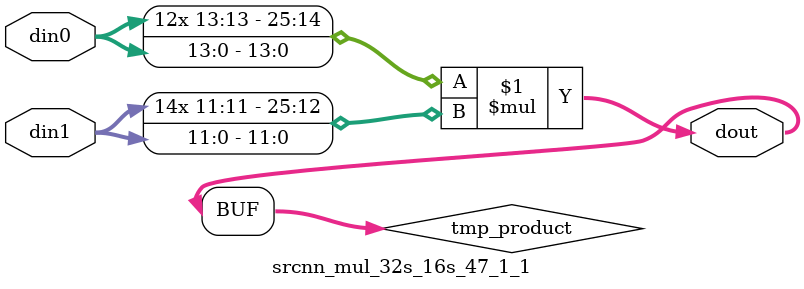
<source format=v>

`timescale 1 ns / 1 ps

  module srcnn_mul_32s_16s_47_1_1(din0, din1, dout);
parameter ID = 1;
parameter NUM_STAGE = 0;
parameter din0_WIDTH = 14;
parameter din1_WIDTH = 12;
parameter dout_WIDTH = 26;

input [din0_WIDTH - 1 : 0] din0; 
input [din1_WIDTH - 1 : 0] din1; 
output [dout_WIDTH - 1 : 0] dout;

wire signed [dout_WIDTH - 1 : 0] tmp_product;













assign tmp_product = $signed(din0) * $signed(din1);








assign dout = tmp_product;







endmodule

</source>
